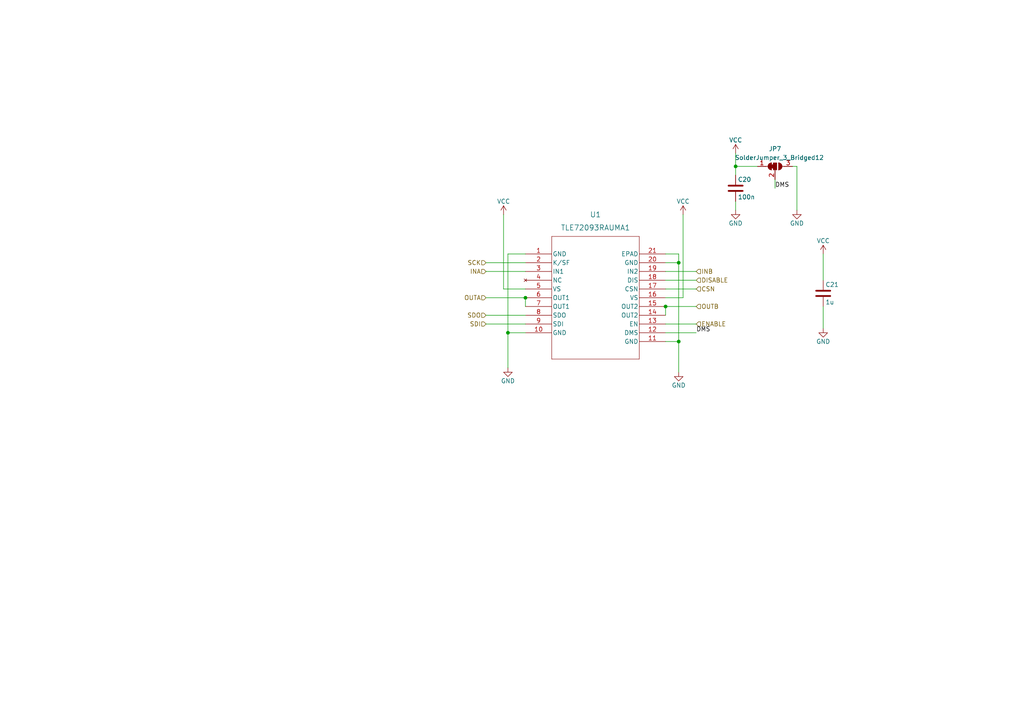
<source format=kicad_sch>
(kicad_sch (version 20211123) (generator eeschema)
  (paper "A4")
  (lib_symbols
    (symbol "Device:C" (pin_numbers hide) (pin_names (offset 0.254))
      (property "Reference" "C" (at 0.635 2.54 0))
      (property "Value" "C" (at 0.635 -2.54 0))
      (symbol "C_0_1"
        (polyline (pts (xy -2.032 -0.762) (xy 2.032 -0.762)) (stroke (width 0.508)))
        (polyline (pts (xy -2.032 0.762) (xy 2.032 0.762)) (stroke (width 0.508)))
      )
      (symbol "C_1_1"
        (pin passive line (at 0 3.81 270) (length 2.794) (name "~") (number "1"))
        (pin passive line (at 0 -3.81 90) (length 2.794) (name "~") (number "2"))
      )
    )
    (symbol "Jumper:SolderJumper_3_Bridged12" (pin_names (offset 0) hide)
      (property "Reference" "JP" (at -2.54 -2.54 0))
      (property "Value" "SolderJumper_3_Bridged12" (at 0 2.794 0))
      (symbol "SolderJumper_3_Bridged12_0_1"
        (rectangle (start -1.016 0.508) (end -0.508 -0.508) (fill (type outline)))
        (arc (start -1.016 1.016) (mid -2.032 0) (end -1.016 -1.016))
        (arc (start -1.016 1.016) (mid -2.032 0) (end -1.016 -1.016) (fill (type outline)))
        (rectangle (start -0.508 1.016) (end 0.508 -1.016) (fill (type outline)))
        (polyline (pts (xy -2.54 0) (xy -2.032 0)))
        (polyline (pts (xy -1.016 1.016) (xy -1.016 -1.016)))
        (polyline (pts (xy 0 -1.27) (xy 0 -1.016)))
        (polyline (pts (xy 1.016 1.016) (xy 1.016 -1.016)))
        (polyline (pts (xy 2.54 0) (xy 2.032 0)))
        (arc (start 1.016 -1.016) (mid 2.032 0) (end 1.016 1.016))
        (arc (start 1.016 -1.016) (mid 2.032 0) (end 1.016 1.016) (fill (type outline)))
      )
      (symbol "SolderJumper_3_Bridged12_1_1"
        (pin passive line (at -5.08 0 0) (length 2.54) (name "A") (number "1"))
        (pin passive line (at 0 -3.81 90) (length 2.54) (name "C") (number "2"))
        (pin passive line (at 5.08 0 180) (length 2.54) (name "B") (number "3"))
      )
    )
    (symbol "candrive:TLE72093RAUMA1" (pin_names (offset 0.254))
      (property "Reference" "U" (at 20.32 10.16 0))
      (property "Value" "TLE72093RAUMA1" (at 20.32 7.62 0))
      (symbol "TLE72093RAUMA1_0_1"
        (polyline (pts (xy 7.62 -30.48) (xy 33.02 -30.48)) (stroke (width 0.127)))
        (polyline (pts (xy 7.62 5.08) (xy 7.62 -30.48)) (stroke (width 0.127)))
        (polyline (pts (xy 33.02 -30.48) (xy 33.02 5.08)) (stroke (width 0.127)))
        (polyline (pts (xy 33.02 5.08) (xy 7.62 5.08)) (stroke (width 0.127)))
        (pin power_in line (at 0 0 0) (length 7.62) (name "GND") (number "1"))
        (pin power_in line (at 0 -22.86 0) (length 7.62) (name "GND") (number "10"))
        (pin power_in line (at 40.64 -25.4 180) (length 7.62) (name "GND") (number "11"))
        (pin input line (at 40.64 -22.86 180) (length 7.62) (name "DMS") (number "12"))
        (pin input line (at 40.64 -20.32 180) (length 7.62) (name "EN") (number "13"))
        (pin passive line (at 40.64 -17.78 180) (length 7.62) (name "OUT2") (number "14"))
        (pin output line (at 40.64 -15.24 180) (length 7.62) (name "OUT2") (number "15"))
        (pin power_in line (at 40.64 -12.7 180) (length 7.62) (name "VS") (number "16"))
        (pin input line (at 40.64 -10.16 180) (length 7.62) (name "CSN") (number "17"))
        (pin input line (at 40.64 -7.62 180) (length 7.62) (name "DIS") (number "18"))
        (pin input line (at 40.64 -5.08 180) (length 7.62) (name "IN2") (number "19"))
        (pin bidirectional line (at 0 -2.54 0) (length 7.62) (name "K/SF") (number "2"))
        (pin power_in line (at 40.64 -2.54 180) (length 7.62) (name "GND") (number "20"))
        (pin power_in line (at 40.64 0 180) (length 7.62) (name "EPAD") (number "21"))
        (pin input line (at 0 -5.08 0) (length 7.62) (name "IN1") (number "3"))
        (pin no_connect line (at 0 -7.62 0) (length 7.62) (name "NC") (number "4"))
        (pin power_in line (at 0 -10.16 0) (length 7.62) (name "VS") (number "5"))
        (pin output line (at 0 -12.7 0) (length 7.62) (name "OUT1") (number "6"))
        (pin passive line (at 0 -15.24 0) (length 7.62) (name "OUT1") (number "7"))
        (pin output line (at 0 -17.78 0) (length 7.62) (name "SDO") (number "8"))
        (pin input line (at 0 -20.32 0) (length 7.62) (name "SDI") (number "9"))
      )
    )
    (symbol "power:GND" (power) (pin_names (offset 0))
      (property "Value" "GND" (at 0 -3.81 0))
      (symbol "GND_0_1"
        (polyline (pts (xy 0 0) (xy 0 -1.27) (xy 1.27 -1.27) (xy 0 -2.54) (xy -1.27 -1.27) (xy 0 -1.27)))
      )
      (symbol "GND_1_1"
        (pin power_in line (at 0 0 270) (length 0) hide (name "GND") (number "1"))
      )
    )
    (symbol "power:VCC" (power) (pin_names (offset 0))
      (property "Value" "VCC" (at 0 3.81 0))
      (symbol "VCC_0_1"
        (polyline (pts (xy -0.762 1.27) (xy 0 2.54)))
        (polyline (pts (xy 0 0) (xy 0 2.54)))
        (polyline (pts (xy 0 2.54) (xy 0.762 1.27)))
      )
      (symbol "VCC_1_1"
        (pin power_in line (at 0 0 90) (length 0) hide (name "VCC") (number "1"))
      )
    )
  )
  (junction (at 147.32 96.52))
  (junction (at 196.85 99.06))
  (junction (at 193.04 88.9))
  (junction (at 213.36 48.26))
  (junction (at 196.85 76.2))
  (junction (at 152.4 86.36))
  (wire (pts (xy 196.85 76.2) (xy 196.85 99.06)))
  (wire (pts (xy 213.36 48.26) (xy 213.36 44.45)))
  (wire (pts (xy 193.04 78.74) (xy 201.93 78.74)))
  (wire (pts (xy 196.85 107.95) (xy 196.85 99.06)))
  (wire (pts (xy 193.04 73.66) (xy 196.85 73.66)))
  (wire (pts (xy 140.97 91.44) (xy 152.4 91.44)))
  (wire (pts (xy 147.32 96.52) (xy 152.4 96.52)))
  (wire (pts (xy 193.04 93.98) (xy 201.93 93.98)))
  (wire (pts (xy 213.36 48.26) (xy 213.36 50.8)))
  (wire (pts (xy 193.04 83.82) (xy 201.93 83.82)))
  (wire (pts (xy 152.4 83.82) (xy 146.05 83.82)))
  (wire (pts (xy 213.36 58.42) (xy 213.36 60.96)))
  (wire (pts (xy 196.85 99.06) (xy 193.04 99.06)))
  (wire (pts (xy 140.97 76.2) (xy 152.4 76.2)))
  (wire (pts (xy 140.97 86.36) (xy 152.4 86.36)))
  (wire (pts (xy 193.04 96.52) (xy 201.93 96.52)))
  (wire (pts (xy 219.71 48.26) (xy 213.36 48.26)))
  (wire (pts (xy 147.32 73.66) (xy 147.32 96.52)))
  (wire (pts (xy 224.79 52.07) (xy 224.79 54.61)))
  (wire (pts (xy 231.14 60.96) (xy 231.14 48.26)))
  (wire (pts (xy 140.97 93.98) (xy 152.4 93.98)))
  (wire (pts (xy 147.32 96.52) (xy 147.32 106.68)))
  (wire (pts (xy 231.14 48.26) (xy 229.87 48.26)))
  (wire (pts (xy 193.04 88.9) (xy 193.04 91.44)))
  (wire (pts (xy 152.4 73.66) (xy 147.32 73.66)))
  (wire (pts (xy 152.4 86.36) (xy 152.4 88.9)))
  (wire (pts (xy 146.05 62.23) (xy 146.05 83.82)))
  (wire (pts (xy 238.76 73.66) (xy 238.76 81.28)))
  (wire (pts (xy 140.97 78.74) (xy 152.4 78.74)))
  (wire (pts (xy 193.04 86.36) (xy 198.12 86.36)))
  (wire (pts (xy 196.85 73.66) (xy 196.85 76.2)))
  (wire (pts (xy 193.04 81.28) (xy 201.93 81.28)))
  (wire (pts (xy 198.12 86.36) (xy 198.12 62.23)))
  (wire (pts (xy 193.04 88.9) (xy 201.93 88.9)))
  (wire (pts (xy 193.04 76.2) (xy 196.85 76.2)))
  (wire (pts (xy 238.76 88.9) (xy 238.76 95.25)))
  (label "DMS" (at 224.79 54.61 0))
  (label "DMS" (at 201.93 96.52 0))
  (hierarchical_label "INB" (shape input) (at 201.93 78.74 0))
  (hierarchical_label "SDI" (shape input) (at 140.97 93.98 180))
  (hierarchical_label "OUTA" (shape input) (at 140.97 86.36 180))
  (hierarchical_label "OUTB" (shape input) (at 201.93 88.9 0))
  (hierarchical_label "SCK" (shape input) (at 140.97 76.2 180))
  (hierarchical_label "CSN" (shape input) (at 201.93 83.82 0))
  (hierarchical_label "DISABLE" (shape input) (at 201.93 81.28 0))
  (hierarchical_label "INA" (shape input) (at 140.97 78.74 180))
  (hierarchical_label "SDO" (shape input) (at 140.97 91.44 180))
  (hierarchical_label "ENABLE" (shape input) (at 201.93 93.98 0))
  (symbol (lib_id "Device:C") (at 213.36 54.61 0) (unit 1)
    (property "Reference" "C20" (at 213.995 52.07 0) (effects (justify left)))
    (property "Value" "100n" (at 213.995 57.15 0) (effects (justify left)))
    (property "Footprint" "Capacitor_SMD:C_0805_2012Metric_Pad1.18x1.45mm_HandSolder" (effects hide))
  )
  (symbol (lib_id "power:GND") (at 147.32 106.68 0) (unit 1)
    (property "Reference" "#PWR0105" (effects hide))
    (property "Value" "GND" (at 147.32 110.49 0))
  )
  (symbol (lib_id "power:VCC") (at 238.76 73.66 0) (unit 1)
    (property "Reference" "#PWR063" (effects hide))
    (property "Value" "VCC" (at 238.76 69.85 0))
  )
  (symbol (lib_id "power:VCC") (at 198.12 62.23 0) (unit 1)
    (property "Reference" "#PWR0102" (effects hide))
    (property "Value" "VCC" (at 198.12 58.42 0))
  )
  (symbol (lib_id "Device:C") (at 238.76 85.09 0) (unit 1)
    (property "Reference" "C21" (at 239.395 82.55 0) (effects (justify left)))
    (property "Value" "1u" (at 239.395 87.63 0) (effects (justify left)))
    (property "Footprint" "Capacitor_SMD:C_0805_2012Metric_Pad1.18x1.45mm_HandSolder" (effects hide))
  )
  (symbol (lib_id "power:VCC") (at 213.36 44.45 0) (unit 1)
    (property "Reference" "#PWR060" (effects hide))
    (property "Value" "VCC" (at 213.36 40.64 0))
  )
  (symbol (lib_id "power:VCC") (at 146.05 62.23 0) (unit 1)
    (property "Reference" "#PWR044" (effects hide))
    (property "Value" "VCC" (at 146.05 58.42 0))
  )
  (symbol (lib_id "power:GND") (at 231.14 60.96 0) (unit 1)
    (property "Reference" "#PWR062" (effects hide))
    (property "Value" "GND" (at 231.14 64.77 0))
  )
  (symbol (lib_id "Jumper:SolderJumper_3_Bridged12") (at 224.79 48.26 0) (unit 1)
    (property "Reference" "JP7" (at 224.79 43.18 0))
    (property "Value" "SolderJumper_3_Bridged12" (at 226.06 45.72 0))
    (property "Footprint" "Jumper:SolderJumper-3_P2.0mm_Open_TrianglePad1.0x1.5mm" (effects hide))
  )
  (symbol (lib_id "power:GND") (at 196.85 107.95 0) (unit 1)
    (property "Reference" "#PWR042" (effects hide))
    (property "Value" "GND" (at 196.85 111.76 0))
  )
  (symbol (lib_id "candrive:TLE72093RAUMA1") (at 152.4 73.66 0) (unit 1)
    (property "Reference" "U1" (at 172.72 62.23 0) (effects (font (size 1.524 1.524))))
    (property "Value" "TLE72093RAUMA1" (at 172.72 66.04 0) (effects (font (size 1.524 1.524))))
    (property "Footprint" "PG-DSO-20-65_11X15P9_INF" (effects hide))
    (property "Datasheet" "https://www.infineon.com/dgdl/TLE7209-3R_DS_10.pdf?fileId=5546d4614815da8801485e7bc73d17ed" (effects hide))
  )
  (symbol (lib_id "power:GND") (at 213.36 60.96 0) (unit 1)
    (property "Reference" "#PWR061" (effects hide))
    (property "Value" "GND" (at 213.36 64.77 0))
  )
  (symbol (lib_id "power:GND") (at 238.76 95.25 0) (unit 1)
    (property "Reference" "#PWR064" (effects hide))
    (property "Value" "GND" (at 238.76 99.06 0))
  )
)
</source>
